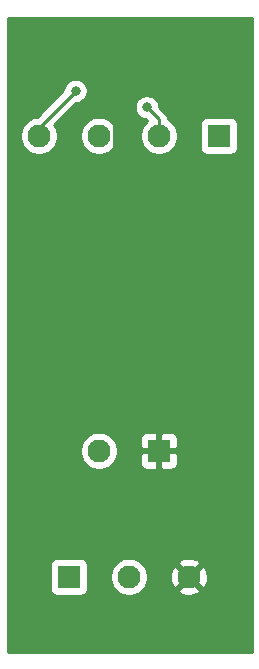
<source format=gbr>
%TF.GenerationSoftware,KiCad,Pcbnew,(5.1.10)-1*%
%TF.CreationDate,2021-08-23T16:29:51+02:00*%
%TF.ProjectId,Module,4d6f6475-6c65-42e6-9b69-6361645f7063,v01*%
%TF.SameCoordinates,Original*%
%TF.FileFunction,Copper,L2,Bot*%
%TF.FilePolarity,Positive*%
%FSLAX46Y46*%
G04 Gerber Fmt 4.6, Leading zero omitted, Abs format (unit mm)*
G04 Created by KiCad (PCBNEW (5.1.10)-1) date 2021-08-23 16:29:51*
%MOMM*%
%LPD*%
G01*
G04 APERTURE LIST*
%TA.AperFunction,ComponentPad*%
%ADD10R,1.950000X1.950000*%
%TD*%
%TA.AperFunction,ComponentPad*%
%ADD11C,1.950000*%
%TD*%
%TA.AperFunction,ViaPad*%
%ADD12C,0.800000*%
%TD*%
%TA.AperFunction,Conductor*%
%ADD13C,0.250000*%
%TD*%
%TA.AperFunction,Conductor*%
%ADD14C,0.300000*%
%TD*%
%TA.AperFunction,Conductor*%
%ADD15C,0.254000*%
%TD*%
%TA.AperFunction,Conductor*%
%ADD16C,0.100000*%
%TD*%
G04 APERTURE END LIST*
D10*
%TO.P,J1,1*%
%TO.N,SIG1*%
X142494000Y-94742000D03*
D11*
%TO.P,J1,2*%
%TO.N,SIG2*%
X147574000Y-94742000D03*
%TO.P,J1,3*%
%TO.N,GND*%
X152654000Y-94742000D03*
%TD*%
D10*
%TO.P,J2,1*%
%TO.N,VCC*%
X155194000Y-57404000D03*
D11*
%TO.P,J2,2*%
%TO.N,LED1N*%
X150114000Y-57404000D03*
%TO.P,J2,3*%
%TO.N,VCC*%
X145034000Y-57404000D03*
%TO.P,J2,4*%
%TO.N,LED2N*%
X139954000Y-57404000D03*
%TD*%
D10*
%TO.P,J3,1*%
%TO.N,GND*%
X150114000Y-84074000D03*
D11*
%TO.P,J3,2*%
%TO.N,VCC*%
X145034000Y-84074000D03*
%TD*%
D12*
%TO.N,GND*%
X145986500Y-52387500D03*
X146240500Y-69532500D03*
%TO.N,LED1N*%
X149098000Y-54991000D03*
%TO.N,LED2N*%
X143065500Y-53594000D03*
%TD*%
D13*
%TO.N,GND*%
X146386499Y-69386501D02*
X146240500Y-69532500D01*
D14*
X146386499Y-52787499D02*
X146386499Y-69386501D01*
X145986500Y-52387500D02*
X146386499Y-52787499D01*
D13*
%TO.N,LED1N*%
X150114000Y-56007000D02*
X150114000Y-57404000D01*
X149098000Y-54991000D02*
X150114000Y-56007000D01*
%TO.N,LED2N*%
X139954000Y-56705500D02*
X139954000Y-57404000D01*
X143065500Y-53594000D02*
X139954000Y-56705500D01*
%TD*%
D15*
%TO.N,GND*%
X157992001Y-101076000D02*
X137312000Y-101076000D01*
X137312000Y-93767000D01*
X140880928Y-93767000D01*
X140880928Y-95717000D01*
X140893188Y-95841482D01*
X140929498Y-95961180D01*
X140988463Y-96071494D01*
X141067815Y-96168185D01*
X141164506Y-96247537D01*
X141274820Y-96306502D01*
X141394518Y-96342812D01*
X141519000Y-96355072D01*
X143469000Y-96355072D01*
X143593482Y-96342812D01*
X143713180Y-96306502D01*
X143823494Y-96247537D01*
X143920185Y-96168185D01*
X143999537Y-96071494D01*
X144058502Y-95961180D01*
X144094812Y-95841482D01*
X144107072Y-95717000D01*
X144107072Y-94583429D01*
X145964000Y-94583429D01*
X145964000Y-94900571D01*
X146025871Y-95211620D01*
X146147237Y-95504621D01*
X146323431Y-95768315D01*
X146547685Y-95992569D01*
X146811379Y-96168763D01*
X147104380Y-96290129D01*
X147415429Y-96352000D01*
X147732571Y-96352000D01*
X148043620Y-96290129D01*
X148336621Y-96168763D01*
X148600315Y-95992569D01*
X148733300Y-95859584D01*
X151716021Y-95859584D01*
X151808766Y-96121429D01*
X152094120Y-96259820D01*
X152400990Y-96339883D01*
X152717584Y-96358540D01*
X153031733Y-96315074D01*
X153331367Y-96211156D01*
X153499234Y-96121429D01*
X153591979Y-95859584D01*
X152654000Y-94921605D01*
X151716021Y-95859584D01*
X148733300Y-95859584D01*
X148824569Y-95768315D01*
X149000763Y-95504621D01*
X149122129Y-95211620D01*
X149184000Y-94900571D01*
X149184000Y-94805584D01*
X151037460Y-94805584D01*
X151080926Y-95119733D01*
X151184844Y-95419367D01*
X151274571Y-95587234D01*
X151536416Y-95679979D01*
X152474395Y-94742000D01*
X152833605Y-94742000D01*
X153771584Y-95679979D01*
X154033429Y-95587234D01*
X154171820Y-95301880D01*
X154251883Y-94995010D01*
X154270540Y-94678416D01*
X154227074Y-94364267D01*
X154123156Y-94064633D01*
X154033429Y-93896766D01*
X153771584Y-93804021D01*
X152833605Y-94742000D01*
X152474395Y-94742000D01*
X151536416Y-93804021D01*
X151274571Y-93896766D01*
X151136180Y-94182120D01*
X151056117Y-94488990D01*
X151037460Y-94805584D01*
X149184000Y-94805584D01*
X149184000Y-94583429D01*
X149122129Y-94272380D01*
X149000763Y-93979379D01*
X148824569Y-93715685D01*
X148733300Y-93624416D01*
X151716021Y-93624416D01*
X152654000Y-94562395D01*
X153591979Y-93624416D01*
X153499234Y-93362571D01*
X153213880Y-93224180D01*
X152907010Y-93144117D01*
X152590416Y-93125460D01*
X152276267Y-93168926D01*
X151976633Y-93272844D01*
X151808766Y-93362571D01*
X151716021Y-93624416D01*
X148733300Y-93624416D01*
X148600315Y-93491431D01*
X148336621Y-93315237D01*
X148043620Y-93193871D01*
X147732571Y-93132000D01*
X147415429Y-93132000D01*
X147104380Y-93193871D01*
X146811379Y-93315237D01*
X146547685Y-93491431D01*
X146323431Y-93715685D01*
X146147237Y-93979379D01*
X146025871Y-94272380D01*
X145964000Y-94583429D01*
X144107072Y-94583429D01*
X144107072Y-93767000D01*
X144094812Y-93642518D01*
X144058502Y-93522820D01*
X143999537Y-93412506D01*
X143920185Y-93315815D01*
X143823494Y-93236463D01*
X143713180Y-93177498D01*
X143593482Y-93141188D01*
X143469000Y-93128928D01*
X141519000Y-93128928D01*
X141394518Y-93141188D01*
X141274820Y-93177498D01*
X141164506Y-93236463D01*
X141067815Y-93315815D01*
X140988463Y-93412506D01*
X140929498Y-93522820D01*
X140893188Y-93642518D01*
X140880928Y-93767000D01*
X137312000Y-93767000D01*
X137312000Y-83915429D01*
X143424000Y-83915429D01*
X143424000Y-84232571D01*
X143485871Y-84543620D01*
X143607237Y-84836621D01*
X143783431Y-85100315D01*
X144007685Y-85324569D01*
X144271379Y-85500763D01*
X144564380Y-85622129D01*
X144875429Y-85684000D01*
X145192571Y-85684000D01*
X145503620Y-85622129D01*
X145796621Y-85500763D01*
X146060315Y-85324569D01*
X146284569Y-85100315D01*
X146318856Y-85049000D01*
X148500928Y-85049000D01*
X148513188Y-85173482D01*
X148549498Y-85293180D01*
X148608463Y-85403494D01*
X148687815Y-85500185D01*
X148784506Y-85579537D01*
X148894820Y-85638502D01*
X149014518Y-85674812D01*
X149139000Y-85687072D01*
X149828250Y-85684000D01*
X149987000Y-85525250D01*
X149987000Y-84201000D01*
X150241000Y-84201000D01*
X150241000Y-85525250D01*
X150399750Y-85684000D01*
X151089000Y-85687072D01*
X151213482Y-85674812D01*
X151333180Y-85638502D01*
X151443494Y-85579537D01*
X151540185Y-85500185D01*
X151619537Y-85403494D01*
X151678502Y-85293180D01*
X151714812Y-85173482D01*
X151727072Y-85049000D01*
X151724000Y-84359750D01*
X151565250Y-84201000D01*
X150241000Y-84201000D01*
X149987000Y-84201000D01*
X148662750Y-84201000D01*
X148504000Y-84359750D01*
X148500928Y-85049000D01*
X146318856Y-85049000D01*
X146460763Y-84836621D01*
X146582129Y-84543620D01*
X146644000Y-84232571D01*
X146644000Y-83915429D01*
X146582129Y-83604380D01*
X146460763Y-83311379D01*
X146318857Y-83099000D01*
X148500928Y-83099000D01*
X148504000Y-83788250D01*
X148662750Y-83947000D01*
X149987000Y-83947000D01*
X149987000Y-82622750D01*
X150241000Y-82622750D01*
X150241000Y-83947000D01*
X151565250Y-83947000D01*
X151724000Y-83788250D01*
X151727072Y-83099000D01*
X151714812Y-82974518D01*
X151678502Y-82854820D01*
X151619537Y-82744506D01*
X151540185Y-82647815D01*
X151443494Y-82568463D01*
X151333180Y-82509498D01*
X151213482Y-82473188D01*
X151089000Y-82460928D01*
X150399750Y-82464000D01*
X150241000Y-82622750D01*
X149987000Y-82622750D01*
X149828250Y-82464000D01*
X149139000Y-82460928D01*
X149014518Y-82473188D01*
X148894820Y-82509498D01*
X148784506Y-82568463D01*
X148687815Y-82647815D01*
X148608463Y-82744506D01*
X148549498Y-82854820D01*
X148513188Y-82974518D01*
X148500928Y-83099000D01*
X146318857Y-83099000D01*
X146284569Y-83047685D01*
X146060315Y-82823431D01*
X145796621Y-82647237D01*
X145503620Y-82525871D01*
X145192571Y-82464000D01*
X144875429Y-82464000D01*
X144564380Y-82525871D01*
X144271379Y-82647237D01*
X144007685Y-82823431D01*
X143783431Y-83047685D01*
X143607237Y-83311379D01*
X143485871Y-83604380D01*
X143424000Y-83915429D01*
X137312000Y-83915429D01*
X137312000Y-57245429D01*
X138344000Y-57245429D01*
X138344000Y-57562571D01*
X138405871Y-57873620D01*
X138527237Y-58166621D01*
X138703431Y-58430315D01*
X138927685Y-58654569D01*
X139191379Y-58830763D01*
X139484380Y-58952129D01*
X139795429Y-59014000D01*
X140112571Y-59014000D01*
X140423620Y-58952129D01*
X140716621Y-58830763D01*
X140980315Y-58654569D01*
X141204569Y-58430315D01*
X141380763Y-58166621D01*
X141502129Y-57873620D01*
X141564000Y-57562571D01*
X141564000Y-57245429D01*
X143424000Y-57245429D01*
X143424000Y-57562571D01*
X143485871Y-57873620D01*
X143607237Y-58166621D01*
X143783431Y-58430315D01*
X144007685Y-58654569D01*
X144271379Y-58830763D01*
X144564380Y-58952129D01*
X144875429Y-59014000D01*
X145192571Y-59014000D01*
X145503620Y-58952129D01*
X145796621Y-58830763D01*
X146060315Y-58654569D01*
X146284569Y-58430315D01*
X146460763Y-58166621D01*
X146582129Y-57873620D01*
X146644000Y-57562571D01*
X146644000Y-57245429D01*
X146582129Y-56934380D01*
X146460763Y-56641379D01*
X146284569Y-56377685D01*
X146060315Y-56153431D01*
X145796621Y-55977237D01*
X145503620Y-55855871D01*
X145192571Y-55794000D01*
X144875429Y-55794000D01*
X144564380Y-55855871D01*
X144271379Y-55977237D01*
X144007685Y-56153431D01*
X143783431Y-56377685D01*
X143607237Y-56641379D01*
X143485871Y-56934380D01*
X143424000Y-57245429D01*
X141564000Y-57245429D01*
X141502129Y-56934380D01*
X141380763Y-56641379D01*
X141265471Y-56468831D01*
X142845241Y-54889061D01*
X148063000Y-54889061D01*
X148063000Y-55092939D01*
X148102774Y-55292898D01*
X148180795Y-55481256D01*
X148294063Y-55650774D01*
X148438226Y-55794937D01*
X148607744Y-55908205D01*
X148796102Y-55986226D01*
X148996061Y-56026000D01*
X149058199Y-56026000D01*
X149146398Y-56114200D01*
X149087685Y-56153431D01*
X148863431Y-56377685D01*
X148687237Y-56641379D01*
X148565871Y-56934380D01*
X148504000Y-57245429D01*
X148504000Y-57562571D01*
X148565871Y-57873620D01*
X148687237Y-58166621D01*
X148863431Y-58430315D01*
X149087685Y-58654569D01*
X149351379Y-58830763D01*
X149644380Y-58952129D01*
X149955429Y-59014000D01*
X150272571Y-59014000D01*
X150583620Y-58952129D01*
X150876621Y-58830763D01*
X151140315Y-58654569D01*
X151364569Y-58430315D01*
X151540763Y-58166621D01*
X151662129Y-57873620D01*
X151724000Y-57562571D01*
X151724000Y-57245429D01*
X151662129Y-56934380D01*
X151540763Y-56641379D01*
X151398857Y-56429000D01*
X153580928Y-56429000D01*
X153580928Y-58379000D01*
X153593188Y-58503482D01*
X153629498Y-58623180D01*
X153688463Y-58733494D01*
X153767815Y-58830185D01*
X153864506Y-58909537D01*
X153974820Y-58968502D01*
X154094518Y-59004812D01*
X154219000Y-59017072D01*
X156169000Y-59017072D01*
X156293482Y-59004812D01*
X156413180Y-58968502D01*
X156523494Y-58909537D01*
X156620185Y-58830185D01*
X156699537Y-58733494D01*
X156758502Y-58623180D01*
X156794812Y-58503482D01*
X156807072Y-58379000D01*
X156807072Y-56429000D01*
X156794812Y-56304518D01*
X156758502Y-56184820D01*
X156699537Y-56074506D01*
X156620185Y-55977815D01*
X156523494Y-55898463D01*
X156413180Y-55839498D01*
X156293482Y-55803188D01*
X156169000Y-55790928D01*
X154219000Y-55790928D01*
X154094518Y-55803188D01*
X153974820Y-55839498D01*
X153864506Y-55898463D01*
X153767815Y-55977815D01*
X153688463Y-56074506D01*
X153629498Y-56184820D01*
X153593188Y-56304518D01*
X153580928Y-56429000D01*
X151398857Y-56429000D01*
X151364569Y-56377685D01*
X151140315Y-56153431D01*
X150876621Y-55977237D01*
X150874665Y-55976427D01*
X150874000Y-55969677D01*
X150874000Y-55969667D01*
X150863003Y-55858014D01*
X150819546Y-55714753D01*
X150748975Y-55582725D01*
X150748974Y-55582723D01*
X150677799Y-55495997D01*
X150654001Y-55466999D01*
X150625004Y-55443202D01*
X150133000Y-54951199D01*
X150133000Y-54889061D01*
X150093226Y-54689102D01*
X150015205Y-54500744D01*
X149901937Y-54331226D01*
X149757774Y-54187063D01*
X149588256Y-54073795D01*
X149399898Y-53995774D01*
X149199939Y-53956000D01*
X148996061Y-53956000D01*
X148796102Y-53995774D01*
X148607744Y-54073795D01*
X148438226Y-54187063D01*
X148294063Y-54331226D01*
X148180795Y-54500744D01*
X148102774Y-54689102D01*
X148063000Y-54889061D01*
X142845241Y-54889061D01*
X143105303Y-54629000D01*
X143167439Y-54629000D01*
X143367398Y-54589226D01*
X143555756Y-54511205D01*
X143725274Y-54397937D01*
X143869437Y-54253774D01*
X143982705Y-54084256D01*
X144060726Y-53895898D01*
X144100500Y-53695939D01*
X144100500Y-53492061D01*
X144060726Y-53292102D01*
X143982705Y-53103744D01*
X143869437Y-52934226D01*
X143725274Y-52790063D01*
X143555756Y-52676795D01*
X143367398Y-52598774D01*
X143167439Y-52559000D01*
X142963561Y-52559000D01*
X142763602Y-52598774D01*
X142575244Y-52676795D01*
X142405726Y-52790063D01*
X142261563Y-52934226D01*
X142148295Y-53103744D01*
X142070274Y-53292102D01*
X142030500Y-53492061D01*
X142030500Y-53554197D01*
X139789524Y-55795175D01*
X139484380Y-55855871D01*
X139191379Y-55977237D01*
X138927685Y-56153431D01*
X138703431Y-56377685D01*
X138527237Y-56641379D01*
X138405871Y-56934380D01*
X138344000Y-57245429D01*
X137312000Y-57245429D01*
X137312000Y-47396000D01*
X157992000Y-47396000D01*
X157992001Y-101076000D01*
%TA.AperFunction,Conductor*%
D16*
G36*
X157992001Y-101076000D02*
G01*
X137312000Y-101076000D01*
X137312000Y-93767000D01*
X140880928Y-93767000D01*
X140880928Y-95717000D01*
X140893188Y-95841482D01*
X140929498Y-95961180D01*
X140988463Y-96071494D01*
X141067815Y-96168185D01*
X141164506Y-96247537D01*
X141274820Y-96306502D01*
X141394518Y-96342812D01*
X141519000Y-96355072D01*
X143469000Y-96355072D01*
X143593482Y-96342812D01*
X143713180Y-96306502D01*
X143823494Y-96247537D01*
X143920185Y-96168185D01*
X143999537Y-96071494D01*
X144058502Y-95961180D01*
X144094812Y-95841482D01*
X144107072Y-95717000D01*
X144107072Y-94583429D01*
X145964000Y-94583429D01*
X145964000Y-94900571D01*
X146025871Y-95211620D01*
X146147237Y-95504621D01*
X146323431Y-95768315D01*
X146547685Y-95992569D01*
X146811379Y-96168763D01*
X147104380Y-96290129D01*
X147415429Y-96352000D01*
X147732571Y-96352000D01*
X148043620Y-96290129D01*
X148336621Y-96168763D01*
X148600315Y-95992569D01*
X148733300Y-95859584D01*
X151716021Y-95859584D01*
X151808766Y-96121429D01*
X152094120Y-96259820D01*
X152400990Y-96339883D01*
X152717584Y-96358540D01*
X153031733Y-96315074D01*
X153331367Y-96211156D01*
X153499234Y-96121429D01*
X153591979Y-95859584D01*
X152654000Y-94921605D01*
X151716021Y-95859584D01*
X148733300Y-95859584D01*
X148824569Y-95768315D01*
X149000763Y-95504621D01*
X149122129Y-95211620D01*
X149184000Y-94900571D01*
X149184000Y-94805584D01*
X151037460Y-94805584D01*
X151080926Y-95119733D01*
X151184844Y-95419367D01*
X151274571Y-95587234D01*
X151536416Y-95679979D01*
X152474395Y-94742000D01*
X152833605Y-94742000D01*
X153771584Y-95679979D01*
X154033429Y-95587234D01*
X154171820Y-95301880D01*
X154251883Y-94995010D01*
X154270540Y-94678416D01*
X154227074Y-94364267D01*
X154123156Y-94064633D01*
X154033429Y-93896766D01*
X153771584Y-93804021D01*
X152833605Y-94742000D01*
X152474395Y-94742000D01*
X151536416Y-93804021D01*
X151274571Y-93896766D01*
X151136180Y-94182120D01*
X151056117Y-94488990D01*
X151037460Y-94805584D01*
X149184000Y-94805584D01*
X149184000Y-94583429D01*
X149122129Y-94272380D01*
X149000763Y-93979379D01*
X148824569Y-93715685D01*
X148733300Y-93624416D01*
X151716021Y-93624416D01*
X152654000Y-94562395D01*
X153591979Y-93624416D01*
X153499234Y-93362571D01*
X153213880Y-93224180D01*
X152907010Y-93144117D01*
X152590416Y-93125460D01*
X152276267Y-93168926D01*
X151976633Y-93272844D01*
X151808766Y-93362571D01*
X151716021Y-93624416D01*
X148733300Y-93624416D01*
X148600315Y-93491431D01*
X148336621Y-93315237D01*
X148043620Y-93193871D01*
X147732571Y-93132000D01*
X147415429Y-93132000D01*
X147104380Y-93193871D01*
X146811379Y-93315237D01*
X146547685Y-93491431D01*
X146323431Y-93715685D01*
X146147237Y-93979379D01*
X146025871Y-94272380D01*
X145964000Y-94583429D01*
X144107072Y-94583429D01*
X144107072Y-93767000D01*
X144094812Y-93642518D01*
X144058502Y-93522820D01*
X143999537Y-93412506D01*
X143920185Y-93315815D01*
X143823494Y-93236463D01*
X143713180Y-93177498D01*
X143593482Y-93141188D01*
X143469000Y-93128928D01*
X141519000Y-93128928D01*
X141394518Y-93141188D01*
X141274820Y-93177498D01*
X141164506Y-93236463D01*
X141067815Y-93315815D01*
X140988463Y-93412506D01*
X140929498Y-93522820D01*
X140893188Y-93642518D01*
X140880928Y-93767000D01*
X137312000Y-93767000D01*
X137312000Y-83915429D01*
X143424000Y-83915429D01*
X143424000Y-84232571D01*
X143485871Y-84543620D01*
X143607237Y-84836621D01*
X143783431Y-85100315D01*
X144007685Y-85324569D01*
X144271379Y-85500763D01*
X144564380Y-85622129D01*
X144875429Y-85684000D01*
X145192571Y-85684000D01*
X145503620Y-85622129D01*
X145796621Y-85500763D01*
X146060315Y-85324569D01*
X146284569Y-85100315D01*
X146318856Y-85049000D01*
X148500928Y-85049000D01*
X148513188Y-85173482D01*
X148549498Y-85293180D01*
X148608463Y-85403494D01*
X148687815Y-85500185D01*
X148784506Y-85579537D01*
X148894820Y-85638502D01*
X149014518Y-85674812D01*
X149139000Y-85687072D01*
X149828250Y-85684000D01*
X149987000Y-85525250D01*
X149987000Y-84201000D01*
X150241000Y-84201000D01*
X150241000Y-85525250D01*
X150399750Y-85684000D01*
X151089000Y-85687072D01*
X151213482Y-85674812D01*
X151333180Y-85638502D01*
X151443494Y-85579537D01*
X151540185Y-85500185D01*
X151619537Y-85403494D01*
X151678502Y-85293180D01*
X151714812Y-85173482D01*
X151727072Y-85049000D01*
X151724000Y-84359750D01*
X151565250Y-84201000D01*
X150241000Y-84201000D01*
X149987000Y-84201000D01*
X148662750Y-84201000D01*
X148504000Y-84359750D01*
X148500928Y-85049000D01*
X146318856Y-85049000D01*
X146460763Y-84836621D01*
X146582129Y-84543620D01*
X146644000Y-84232571D01*
X146644000Y-83915429D01*
X146582129Y-83604380D01*
X146460763Y-83311379D01*
X146318857Y-83099000D01*
X148500928Y-83099000D01*
X148504000Y-83788250D01*
X148662750Y-83947000D01*
X149987000Y-83947000D01*
X149987000Y-82622750D01*
X150241000Y-82622750D01*
X150241000Y-83947000D01*
X151565250Y-83947000D01*
X151724000Y-83788250D01*
X151727072Y-83099000D01*
X151714812Y-82974518D01*
X151678502Y-82854820D01*
X151619537Y-82744506D01*
X151540185Y-82647815D01*
X151443494Y-82568463D01*
X151333180Y-82509498D01*
X151213482Y-82473188D01*
X151089000Y-82460928D01*
X150399750Y-82464000D01*
X150241000Y-82622750D01*
X149987000Y-82622750D01*
X149828250Y-82464000D01*
X149139000Y-82460928D01*
X149014518Y-82473188D01*
X148894820Y-82509498D01*
X148784506Y-82568463D01*
X148687815Y-82647815D01*
X148608463Y-82744506D01*
X148549498Y-82854820D01*
X148513188Y-82974518D01*
X148500928Y-83099000D01*
X146318857Y-83099000D01*
X146284569Y-83047685D01*
X146060315Y-82823431D01*
X145796621Y-82647237D01*
X145503620Y-82525871D01*
X145192571Y-82464000D01*
X144875429Y-82464000D01*
X144564380Y-82525871D01*
X144271379Y-82647237D01*
X144007685Y-82823431D01*
X143783431Y-83047685D01*
X143607237Y-83311379D01*
X143485871Y-83604380D01*
X143424000Y-83915429D01*
X137312000Y-83915429D01*
X137312000Y-57245429D01*
X138344000Y-57245429D01*
X138344000Y-57562571D01*
X138405871Y-57873620D01*
X138527237Y-58166621D01*
X138703431Y-58430315D01*
X138927685Y-58654569D01*
X139191379Y-58830763D01*
X139484380Y-58952129D01*
X139795429Y-59014000D01*
X140112571Y-59014000D01*
X140423620Y-58952129D01*
X140716621Y-58830763D01*
X140980315Y-58654569D01*
X141204569Y-58430315D01*
X141380763Y-58166621D01*
X141502129Y-57873620D01*
X141564000Y-57562571D01*
X141564000Y-57245429D01*
X143424000Y-57245429D01*
X143424000Y-57562571D01*
X143485871Y-57873620D01*
X143607237Y-58166621D01*
X143783431Y-58430315D01*
X144007685Y-58654569D01*
X144271379Y-58830763D01*
X144564380Y-58952129D01*
X144875429Y-59014000D01*
X145192571Y-59014000D01*
X145503620Y-58952129D01*
X145796621Y-58830763D01*
X146060315Y-58654569D01*
X146284569Y-58430315D01*
X146460763Y-58166621D01*
X146582129Y-57873620D01*
X146644000Y-57562571D01*
X146644000Y-57245429D01*
X146582129Y-56934380D01*
X146460763Y-56641379D01*
X146284569Y-56377685D01*
X146060315Y-56153431D01*
X145796621Y-55977237D01*
X145503620Y-55855871D01*
X145192571Y-55794000D01*
X144875429Y-55794000D01*
X144564380Y-55855871D01*
X144271379Y-55977237D01*
X144007685Y-56153431D01*
X143783431Y-56377685D01*
X143607237Y-56641379D01*
X143485871Y-56934380D01*
X143424000Y-57245429D01*
X141564000Y-57245429D01*
X141502129Y-56934380D01*
X141380763Y-56641379D01*
X141265471Y-56468831D01*
X142845241Y-54889061D01*
X148063000Y-54889061D01*
X148063000Y-55092939D01*
X148102774Y-55292898D01*
X148180795Y-55481256D01*
X148294063Y-55650774D01*
X148438226Y-55794937D01*
X148607744Y-55908205D01*
X148796102Y-55986226D01*
X148996061Y-56026000D01*
X149058199Y-56026000D01*
X149146398Y-56114200D01*
X149087685Y-56153431D01*
X148863431Y-56377685D01*
X148687237Y-56641379D01*
X148565871Y-56934380D01*
X148504000Y-57245429D01*
X148504000Y-57562571D01*
X148565871Y-57873620D01*
X148687237Y-58166621D01*
X148863431Y-58430315D01*
X149087685Y-58654569D01*
X149351379Y-58830763D01*
X149644380Y-58952129D01*
X149955429Y-59014000D01*
X150272571Y-59014000D01*
X150583620Y-58952129D01*
X150876621Y-58830763D01*
X151140315Y-58654569D01*
X151364569Y-58430315D01*
X151540763Y-58166621D01*
X151662129Y-57873620D01*
X151724000Y-57562571D01*
X151724000Y-57245429D01*
X151662129Y-56934380D01*
X151540763Y-56641379D01*
X151398857Y-56429000D01*
X153580928Y-56429000D01*
X153580928Y-58379000D01*
X153593188Y-58503482D01*
X153629498Y-58623180D01*
X153688463Y-58733494D01*
X153767815Y-58830185D01*
X153864506Y-58909537D01*
X153974820Y-58968502D01*
X154094518Y-59004812D01*
X154219000Y-59017072D01*
X156169000Y-59017072D01*
X156293482Y-59004812D01*
X156413180Y-58968502D01*
X156523494Y-58909537D01*
X156620185Y-58830185D01*
X156699537Y-58733494D01*
X156758502Y-58623180D01*
X156794812Y-58503482D01*
X156807072Y-58379000D01*
X156807072Y-56429000D01*
X156794812Y-56304518D01*
X156758502Y-56184820D01*
X156699537Y-56074506D01*
X156620185Y-55977815D01*
X156523494Y-55898463D01*
X156413180Y-55839498D01*
X156293482Y-55803188D01*
X156169000Y-55790928D01*
X154219000Y-55790928D01*
X154094518Y-55803188D01*
X153974820Y-55839498D01*
X153864506Y-55898463D01*
X153767815Y-55977815D01*
X153688463Y-56074506D01*
X153629498Y-56184820D01*
X153593188Y-56304518D01*
X153580928Y-56429000D01*
X151398857Y-56429000D01*
X151364569Y-56377685D01*
X151140315Y-56153431D01*
X150876621Y-55977237D01*
X150874665Y-55976427D01*
X150874000Y-55969677D01*
X150874000Y-55969667D01*
X150863003Y-55858014D01*
X150819546Y-55714753D01*
X150748975Y-55582725D01*
X150748974Y-55582723D01*
X150677799Y-55495997D01*
X150654001Y-55466999D01*
X150625004Y-55443202D01*
X150133000Y-54951199D01*
X150133000Y-54889061D01*
X150093226Y-54689102D01*
X150015205Y-54500744D01*
X149901937Y-54331226D01*
X149757774Y-54187063D01*
X149588256Y-54073795D01*
X149399898Y-53995774D01*
X149199939Y-53956000D01*
X148996061Y-53956000D01*
X148796102Y-53995774D01*
X148607744Y-54073795D01*
X148438226Y-54187063D01*
X148294063Y-54331226D01*
X148180795Y-54500744D01*
X148102774Y-54689102D01*
X148063000Y-54889061D01*
X142845241Y-54889061D01*
X143105303Y-54629000D01*
X143167439Y-54629000D01*
X143367398Y-54589226D01*
X143555756Y-54511205D01*
X143725274Y-54397937D01*
X143869437Y-54253774D01*
X143982705Y-54084256D01*
X144060726Y-53895898D01*
X144100500Y-53695939D01*
X144100500Y-53492061D01*
X144060726Y-53292102D01*
X143982705Y-53103744D01*
X143869437Y-52934226D01*
X143725274Y-52790063D01*
X143555756Y-52676795D01*
X143367398Y-52598774D01*
X143167439Y-52559000D01*
X142963561Y-52559000D01*
X142763602Y-52598774D01*
X142575244Y-52676795D01*
X142405726Y-52790063D01*
X142261563Y-52934226D01*
X142148295Y-53103744D01*
X142070274Y-53292102D01*
X142030500Y-53492061D01*
X142030500Y-53554197D01*
X139789524Y-55795175D01*
X139484380Y-55855871D01*
X139191379Y-55977237D01*
X138927685Y-56153431D01*
X138703431Y-56377685D01*
X138527237Y-56641379D01*
X138405871Y-56934380D01*
X138344000Y-57245429D01*
X137312000Y-57245429D01*
X137312000Y-47396000D01*
X157992000Y-47396000D01*
X157992001Y-101076000D01*
G37*
%TD.AperFunction*%
%TD*%
M02*

</source>
